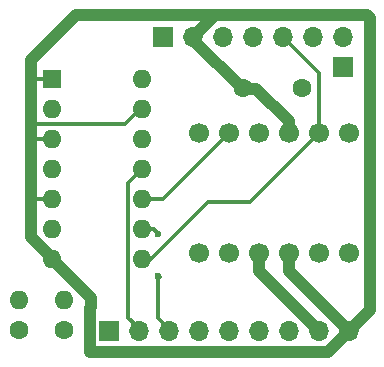
<source format=gbr>
G04 #@! TF.GenerationSoftware,KiCad,Pcbnew,7.0.2*
G04 #@! TF.CreationDate,2025-03-19T22:04:08+13:00*
G04 #@! TF.ProjectId,C128_Pi1541_Interface,43313238-5f50-4693-9135-34315f496e74,rev?*
G04 #@! TF.SameCoordinates,Original*
G04 #@! TF.FileFunction,Copper,L2,Bot*
G04 #@! TF.FilePolarity,Positive*
%FSLAX46Y46*%
G04 Gerber Fmt 4.6, Leading zero omitted, Abs format (unit mm)*
G04 Created by KiCad (PCBNEW 7.0.2) date 2025-03-19 22:04:08*
%MOMM*%
%LPD*%
G01*
G04 APERTURE LIST*
G04 #@! TA.AperFunction,ComponentPad*
%ADD10R,1.700000X1.700000*%
G04 #@! TD*
G04 #@! TA.AperFunction,ComponentPad*
%ADD11C,1.600000*%
G04 #@! TD*
G04 #@! TA.AperFunction,ComponentPad*
%ADD12O,1.600000X1.600000*%
G04 #@! TD*
G04 #@! TA.AperFunction,ComponentPad*
%ADD13R,1.600000X1.600000*%
G04 #@! TD*
G04 #@! TA.AperFunction,ComponentPad*
%ADD14C,1.700000*%
G04 #@! TD*
G04 #@! TA.AperFunction,ComponentPad*
%ADD15O,1.700000X1.700000*%
G04 #@! TD*
G04 #@! TA.AperFunction,ViaPad*
%ADD16C,0.600000*%
G04 #@! TD*
G04 #@! TA.AperFunction,Conductor*
%ADD17C,1.000000*%
G04 #@! TD*
G04 #@! TA.AperFunction,Conductor*
%ADD18C,0.300000*%
G04 #@! TD*
G04 APERTURE END LIST*
D10*
G04 #@! TO.P,,1*
G04 #@! TO.N,+5v*
X138430000Y-66167000D03*
G04 #@! TD*
D11*
G04 #@! TO.P,,1*
G04 #@! TO.N,+5v*
X110998000Y-88392000D03*
D12*
G04 #@! TO.P,,2*
G04 #@! TO.N,CLK*
X110998000Y-85852000D03*
G04 #@! TD*
D13*
G04 #@! TO.P,U1,1*
G04 #@! TO.N,GND*
X113792000Y-67183000D03*
D12*
G04 #@! TO.P,U1,2*
G04 #@! TO.N,N/C*
X113792000Y-69723000D03*
G04 #@! TO.P,U1,3*
G04 #@! TO.N,GND*
X113792000Y-72263000D03*
G04 #@! TO.P,U1,4*
G04 #@! TO.N,N/C*
X113792000Y-74803000D03*
G04 #@! TO.P,U1,5*
G04 #@! TO.N,GND*
X113792000Y-77343000D03*
G04 #@! TO.P,U1,6*
G04 #@! TO.N,N/C*
X113792000Y-79883000D03*
G04 #@! TO.P,U1,7*
G04 #@! TO.N,GND*
X113792000Y-82423000D03*
G04 #@! TO.P,U1,8*
G04 #@! TO.N,DATA*
X121412000Y-82423000D03*
G04 #@! TO.P,U1,9*
G04 #@! TO.N,OUT_DATA*
X121412000Y-79883000D03*
G04 #@! TO.P,U1,10*
G04 #@! TO.N,CLK*
X121412000Y-77343000D03*
G04 #@! TO.P,U1,11*
G04 #@! TO.N,OUT_CLK*
X121412000Y-74803000D03*
G04 #@! TO.P,U1,12*
G04 #@! TO.N,N/C*
X121412000Y-72263000D03*
G04 #@! TO.P,U1,13*
G04 #@! TO.N,GND*
X121412000Y-69723000D03*
G04 #@! TO.P,U1,14*
G04 #@! TO.N,+5v*
X121412000Y-67183000D03*
G04 #@! TD*
D11*
G04 #@! TO.P,,1*
G04 #@! TO.N,+5v*
X114808000Y-88392000D03*
D12*
G04 #@! TO.P,,2*
G04 #@! TO.N,DATA*
X114808000Y-85852000D03*
G04 #@! TD*
D14*
G04 #@! TO.P,Level Shifter,1*
G04 #@! TO.N,IN_ATN*
X126238000Y-81915000D03*
G04 #@! TO.P,Level Shifter,2*
G04 #@! TO.N,IN_CLK*
X128778000Y-81915000D03*
G04 #@! TO.P,Level Shifter,3*
G04 #@! TO.N,+3v3*
X131318000Y-81915000D03*
G04 #@! TO.P,Level Shifter,4*
G04 #@! TO.N,GND*
X133858000Y-81915000D03*
G04 #@! TO.P,Level Shifter,5*
G04 #@! TO.N,IN_DATA*
X136398000Y-81915000D03*
G04 #@! TO.P,Level Shifter,6*
G04 #@! TO.N,PI_RES*
X138938000Y-81915000D03*
G04 #@! TO.P,Level Shifter,7*
G04 #@! TO.N,DRESET*
X138938000Y-71755000D03*
G04 #@! TO.P,Level Shifter,8*
G04 #@! TO.N,DATA*
X136398000Y-71755000D03*
G04 #@! TO.P,Level Shifter,9*
G04 #@! TO.N,GND*
X133858000Y-71755000D03*
G04 #@! TO.P,Level Shifter,10*
G04 #@! TO.N,+5v*
X131318000Y-71755000D03*
G04 #@! TO.P,Level Shifter,11*
G04 #@! TO.N,CLK*
X128778000Y-71755000D03*
G04 #@! TO.P,Level Shifter,12*
G04 #@! TO.N,ATN*
X126238000Y-71755000D03*
G04 #@! TD*
D11*
G04 #@! TO.P,,1*
G04 #@! TO.N,GND*
X129961000Y-67945000D03*
G04 #@! TO.P,,2*
G04 #@! TO.N,+5v*
X134961000Y-67945000D03*
G04 #@! TD*
D10*
G04 #@! TO.P,,1*
G04 #@! TO.N,+5v*
X118618000Y-88519000D03*
D15*
G04 #@! TO.P,,2*
G04 #@! TO.N,OUT_CLK*
X121158000Y-88519000D03*
G04 #@! TO.P,,3*
G04 #@! TO.N,OUT_DATA*
X123698000Y-88519000D03*
G04 #@! TO.P,,4*
G04 #@! TO.N,IN_ATN*
X126238000Y-88519000D03*
G04 #@! TO.P,,5*
G04 #@! TO.N,IN_CLK*
X128778000Y-88519000D03*
G04 #@! TO.P,,6*
G04 #@! TO.N,IN_DATA*
X131318000Y-88519000D03*
G04 #@! TO.P,,7*
G04 #@! TO.N,PI_RES*
X133858000Y-88519000D03*
G04 #@! TO.P,,8*
G04 #@! TO.N,+3v3*
X136398000Y-88519000D03*
G04 #@! TO.P,,9*
G04 #@! TO.N,GND*
X138938000Y-88519000D03*
G04 #@! TD*
D10*
G04 #@! TO.P,,1*
G04 #@! TO.N,SRQ*
X123190000Y-63627000D03*
D15*
G04 #@! TO.P,,2*
G04 #@! TO.N,GND*
X125730000Y-63627000D03*
G04 #@! TO.P,,3*
G04 #@! TO.N,ATN*
X128270000Y-63627000D03*
G04 #@! TO.P,,4*
G04 #@! TO.N,CLK*
X130810000Y-63627000D03*
G04 #@! TO.P,,5*
G04 #@! TO.N,DATA*
X133350000Y-63627000D03*
G04 #@! TO.P,,6*
G04 #@! TO.N,KEY*
X135890000Y-63627000D03*
G04 #@! TO.P,,7*
G04 #@! TO.N,DRESET*
X138430000Y-63627000D03*
G04 #@! TD*
D16*
G04 #@! TO.N,OUT_DATA*
X122809000Y-83820000D03*
X122809000Y-80264000D03*
G04 #@! TD*
D17*
G04 #@! TO.N,GND*
X127635000Y-61722000D02*
X115824000Y-61722000D01*
X138938000Y-88519000D02*
X140716000Y-86741000D01*
X133858000Y-71755000D02*
X133858000Y-70739000D01*
X140462000Y-61722000D02*
X127635000Y-61722000D01*
X140716000Y-61976000D02*
X140462000Y-61722000D01*
X112014000Y-80492000D02*
X113932000Y-82410000D01*
X112014000Y-65532000D02*
X112014000Y-80492000D01*
D18*
X112014000Y-67183000D02*
X113792000Y-67183000D01*
D17*
X133858000Y-70739000D02*
X131127500Y-68008500D01*
D18*
X112014000Y-72263000D02*
X113792000Y-72263000D01*
D17*
X117094000Y-86487000D02*
X117094000Y-85725000D01*
X129961000Y-67945000D02*
X129921000Y-67945000D01*
X115824000Y-61722000D02*
X112014000Y-65532000D01*
X131127500Y-68008500D02*
X130111500Y-68008500D01*
X138938000Y-88519000D02*
X137160000Y-90297000D01*
D18*
X120015000Y-70993000D02*
X121285000Y-69723000D01*
X112014000Y-77343000D02*
X113792000Y-77343000D01*
D17*
X140716000Y-86741000D02*
X140716000Y-61976000D01*
X133858000Y-83439000D02*
X133858000Y-81915000D01*
X117068000Y-90297000D02*
X117068000Y-86513000D01*
X117094000Y-85725000D02*
X113792000Y-82423000D01*
D18*
X112014000Y-70993000D02*
X120015000Y-70993000D01*
D17*
X129921000Y-67945000D02*
X125793500Y-63817500D01*
X138938000Y-88519000D02*
X133858000Y-83439000D01*
X117068000Y-86513000D02*
X117094000Y-86487000D01*
X137160000Y-90297000D02*
X117068000Y-90297000D01*
X127635000Y-61722000D02*
X125698250Y-63658750D01*
G04 #@! TO.N,+3v3*
X131318000Y-83439000D02*
X131318000Y-81915000D01*
X136398000Y-88519000D02*
X131318000Y-83439000D01*
D18*
G04 #@! TO.N,CLK*
X123250000Y-77283000D02*
X121472000Y-77283000D01*
X128778000Y-71755000D02*
X123250000Y-77283000D01*
G04 #@! TO.N,DATA*
X133350000Y-63627000D02*
X136398000Y-66675000D01*
X122174000Y-82423000D02*
X121412000Y-82423000D01*
X136398000Y-66675000D02*
X136398000Y-71755000D01*
X136465000Y-71688000D02*
X130556000Y-77597000D01*
X127000000Y-77597000D02*
X122174000Y-82423000D01*
X130556000Y-77597000D02*
X127000000Y-77597000D01*
G04 #@! TO.N,OUT_DATA*
X122428000Y-79883000D02*
X122809000Y-80264000D01*
X122809000Y-83820000D02*
X122809000Y-87376000D01*
X121412000Y-79883000D02*
X122428000Y-79883000D01*
X122809000Y-83820000D02*
X122936000Y-83947000D01*
X122809000Y-87376000D02*
X123571000Y-88138000D01*
G04 #@! TO.N,OUT_CLK*
X120262000Y-75953000D02*
X120262000Y-87369000D01*
X120262000Y-87369000D02*
X121158000Y-88265000D01*
X121412000Y-74803000D02*
X120262000Y-75953000D01*
G04 #@! TD*
M02*

</source>
